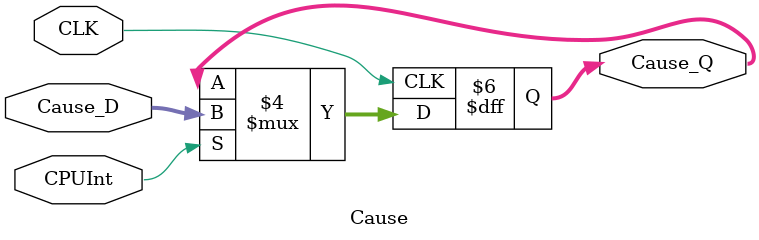
<source format=v>
`timescale 1ns / 1ps

module Cause(
  input [31:0] Cause_D,
  input CLK,
  input CPUInt,
  output reg [31:0] Cause_Q
    );
  always @ (negedge CLK)
    begin
      if(CPUInt==1) Cause_Q=Cause_D;
    end
endmodule

</source>
